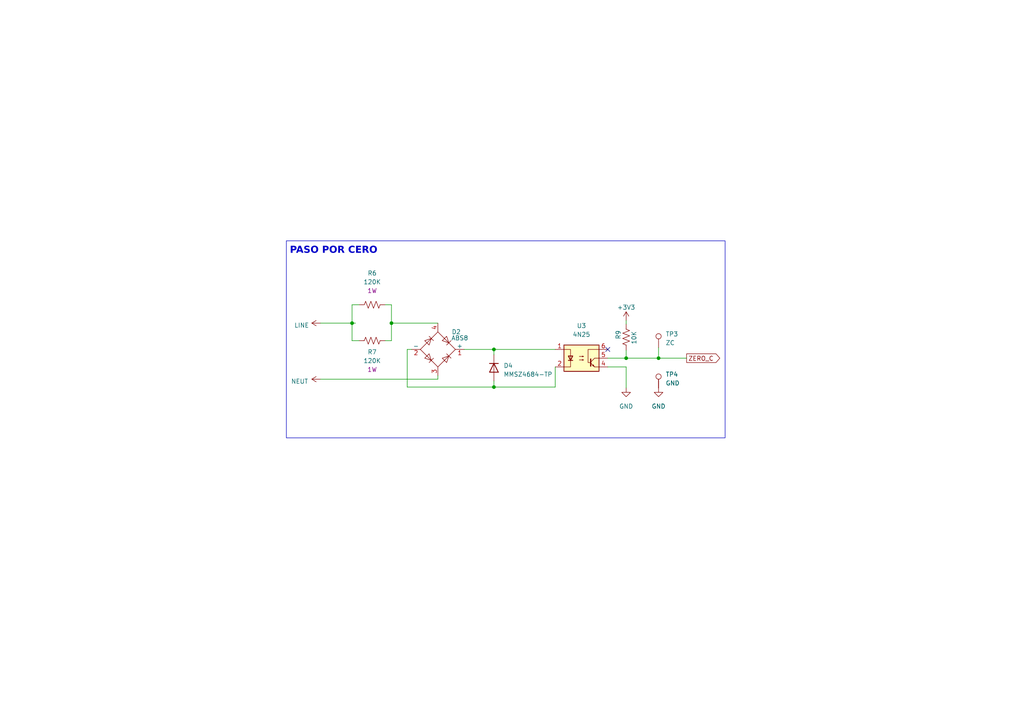
<source format=kicad_sch>
(kicad_sch (version 20230121) (generator eeschema)
  (paper "A4")
  (title_block (title "HOT-PLATE") (rev "1"))
  (lib_symbols
    (symbol "Connector:TestPoint" (pin_numbers hide) (pin_names (offset 0.762) hide)
      (property "Reference" "TP" (at 0 6.858 0))
      (property "Value" "TestPoint" (at 0 5.08 0))
      (symbol "TestPoint_0_1"
        (circle (center 0 3.302) (radius 0.762))
      )
      (symbol "TestPoint_1_1"
        (pin passive line (at 0 0 90) (length 2.54) (name "1") (number "1"))
      )
    )
    (symbol "Device:R_US" (pin_numbers hide) (pin_names (offset 0))
      (property "Reference" "R" (at 2.54 0 90))
      (property "Value" "R_US" (at -2.54 0 90))
      (symbol "R_US_0_1"
        (polyline (pts (xy 0 -2.286) (xy 0 -2.54)))
        (polyline (pts (xy 0 2.286) (xy 0 2.54)))
        (polyline (pts (xy 0 -0.762) (xy 1.016 -1.143) (xy 0 -1.524) (xy -1.016 -1.905) (xy 0 -2.286)))
        (polyline (pts (xy 0 0.762) (xy 1.016 0.381) (xy 0 0) (xy -1.016 -0.381) (xy 0 -0.762)))
        (polyline (pts (xy 0 2.286) (xy 1.016 1.905) (xy 0 1.524) (xy -1.016 1.143) (xy 0 0.762)))
      )
      (symbol "R_US_1_1"
        (pin passive line (at 0 3.81 270) (length 1.27) (name "~") (number "1"))
        (pin passive line (at 0 -3.81 90) (length 1.27) (name "~") (number "2"))
      )
    )
    (symbol "Diode:US1M" (pin_numbers hide) (pin_names (offset 1.016) hide)
      (property "Reference" "D" (at 0 2.54 0))
      (property "Value" "US1M" (at 0 -2.54 0))
      (symbol "US1M_0_1"
        (polyline (pts (xy -1.27 1.27) (xy -1.27 -1.27)) (stroke (width 0.254)))
        (polyline (pts (xy 1.27 0) (xy -1.27 0)))
        (polyline (pts (xy 1.27 1.27) (xy 1.27 -1.27) (xy -1.27 0) (xy 1.27 1.27)) (stroke (width 0.254)))
      )
      (symbol "US1M_1_1"
        (pin passive line (at -3.81 0 0) (length 2.54) (name "K") (number "1"))
        (pin passive line (at 3.81 0 180) (length 2.54) (name "A") (number "2"))
      )
    )
    (symbol "Diode_Bridge:ABS8" (pin_names (offset 0))
      (property "Reference" "D" (at 2.54 6.985 0))
      (property "Value" "ABS8" (at 2.54 5.08 0))
      (symbol "ABS8_0_1"
        (polyline (pts (xy -2.54 3.81) (xy -1.27 2.54)))
        (polyline (pts (xy -1.27 -2.54) (xy -2.54 -3.81)))
        (polyline (pts (xy 2.54 -1.27) (xy 3.81 -2.54)))
        (polyline (pts (xy 2.54 1.27) (xy 3.81 2.54)))
        (polyline (pts (xy -3.81 2.54) (xy -2.54 1.27) (xy -1.905 3.175) (xy -3.81 2.54)))
        (polyline (pts (xy -2.54 -1.27) (xy -3.81 -2.54) (xy -1.905 -3.175) (xy -2.54 -1.27)))
        (polyline (pts (xy 1.27 2.54) (xy 2.54 3.81) (xy 3.175 1.905) (xy 1.27 2.54)))
        (polyline (pts (xy 3.175 -1.905) (xy 1.27 -2.54) (xy 2.54 -3.81) (xy 3.175 -1.905)))
        (polyline (pts (xy -5.08 0) (xy 0 -5.08) (xy 5.08 0) (xy 0 5.08) (xy -5.08 0)))
      )
      (symbol "ABS8_1_1"
        (pin passive line (at 7.62 0 180) (length 2.54) (name "+") (number "1"))
        (pin passive line (at -7.62 0 0) (length 2.54) (name "-") (number "2"))
        (pin passive line (at 0 -7.62 90) (length 2.54) (name "~") (number "3"))
        (pin passive line (at 0 7.62 270) (length 2.54) (name "~") (number "4"))
      )
    )
    (symbol "Isolator:4N25" (pin_names (offset 1.016))
      (property "Reference" "U" (at -5.08 5.08 0))
      (property "Value" "4N25" (at 0 5.08 0))
      (symbol "4N25_0_1"
        (rectangle (start -5.08 3.81) (end 5.08 -3.81) (stroke (width 0.254)) (fill (type background)))
        (polyline (pts (xy -3.81 -0.635) (xy -2.54 -0.635)) (stroke (width 0.254)))
        (polyline (pts (xy 2.667 -1.397) (xy 3.81 -2.54)))
        (polyline (pts (xy 2.667 -1.143) (xy 3.81 0)))
        (polyline (pts (xy 3.81 -2.54) (xy 5.08 -2.54)))
        (polyline (pts (xy 3.81 0) (xy 5.08 0)))
        (polyline (pts (xy 2.667 -0.254) (xy 2.667 -2.286) (xy 2.667 -2.286)) (stroke (width 0.3556)))
        (polyline (pts (xy -5.08 -2.54) (xy -3.175 -2.54) (xy -3.175 2.54) (xy -5.08 2.54)))
        (polyline (pts (xy -3.175 -0.635) (xy -3.81 0.635) (xy -2.54 0.635) (xy -3.175 -0.635)) (stroke (width 0.254)))
        (polyline (pts (xy 3.683 -2.413) (xy 3.429 -1.905) (xy 3.175 -2.159) (xy 3.683 -2.413)))
        (polyline (pts (xy 5.08 2.54) (xy 1.905 2.54) (xy 1.905 -1.27) (xy 2.54 -1.27)))
        (polyline (pts (xy -0.635 -0.508) (xy 0.635 -0.508) (xy 0.254 -0.635) (xy 0.254 -0.381) (xy 0.635 -0.508)))
        (polyline (pts (xy -0.635 0.508) (xy 0.635 0.508) (xy 0.254 0.381) (xy 0.254 0.635) (xy 0.635 0.508)))
      )
      (symbol "4N25_1_1"
        (pin passive line (at -7.62 2.54 0) (length 2.54) (name "~") (number "1"))
        (pin passive line (at -7.62 -2.54 0) (length 2.54) (name "~") (number "2"))
        (pin no_connect line (at -5.08 0 0) (length 2.54) hide (name "NC") (number "3"))
        (pin passive line (at 7.62 -2.54 180) (length 2.54) (name "~") (number "4"))
        (pin passive line (at 7.62 0 180) (length 2.54) (name "~") (number "5"))
        (pin passive line (at 7.62 2.54 180) (length 2.54) (name "~") (number "6"))
      )
    )
    (symbol "power:+3V3" (power) (pin_names (offset 0))
      (property "Value" "+3V3" (at 0 3.556 0))
      (symbol "+3V3_0_1"
        (polyline (pts (xy -0.762 1.27) (xy 0 2.54)))
        (polyline (pts (xy 0 0) (xy 0 2.54)))
        (polyline (pts (xy 0 2.54) (xy 0.762 1.27)))
      )
      (symbol "+3V3_1_1"
        (pin power_in line (at 0 0 90) (length 0) hide (name "+3V3") (number "1"))
      )
    )
    (symbol "power:GND" (power) (pin_names (offset 0))
      (property "Value" "GND" (at 0 -3.81 0))
      (symbol "GND_0_1"
        (polyline (pts (xy 0 0) (xy 0 -1.27) (xy 1.27 -1.27) (xy 0 -2.54) (xy -1.27 -1.27) (xy 0 -1.27)))
      )
      (symbol "GND_1_1"
        (pin power_in line (at 0 0 270) (length 0) hide (name "GND") (number "1"))
      )
    )
    (symbol "power:LINE" (power) (pin_names (offset 0))
      (property "Value" "LINE" (at 0 3.81 0))
      (symbol "LINE_0_1"
        (polyline (pts (xy -0.762 1.27) (xy 0 2.54)))
        (polyline (pts (xy 0 0) (xy 0 2.54)))
        (polyline (pts (xy 0 2.54) (xy 0.762 1.27)))
      )
      (symbol "LINE_1_1"
        (pin power_in line (at 0 0 90) (length 0) hide (name "LINE") (number "1"))
      )
    )
    (symbol "power:NEUT" (power) (pin_names (offset 0))
      (property "Value" "NEUT" (at 0 3.81 0))
      (symbol "NEUT_0_1"
        (polyline (pts (xy -0.762 1.27) (xy 0 2.54)))
        (polyline (pts (xy 0 0) (xy 0 2.54)))
        (polyline (pts (xy 0 2.54) (xy 0.762 1.27)))
      )
      (symbol "NEUT_1_1"
        (pin power_in line (at 0 0 90) (length 0) hide (name "NEUT") (number "1"))
      )
    )
  )
  (junction (at 113.538 93.726))
  (junction (at 143.256 112.268))
  (junction (at 102.108 93.726))
  (junction (at 181.61 103.886))
  (junction (at 191.008 103.886))
  (junction (at 143.256 101.346))
  (no_connect (at 176.276 101.346))
  (wire (pts (xy 113.538 93.726) (xy 113.538 98.806)))
  (wire (pts (xy 181.61 106.426) (xy 176.276 106.426)))
  (wire (pts (xy 181.61 103.886) (xy 191.008 103.886)))
  (wire (pts (xy 134.62 101.346) (xy 143.256 101.346)))
  (wire (pts (xy 118.11 112.268) (xy 143.256 112.268)))
  (wire (pts (xy 102.108 88.392) (xy 104.14 88.392)))
  (wire (pts (xy 143.256 110.49) (xy 143.256 112.268)))
  (wire (pts (xy 191.008 100.838) (xy 191.008 103.886)))
  (wire (pts (xy 102.108 88.392) (xy 102.108 93.726)))
  (wire (pts (xy 181.61 101.6) (xy 181.61 103.886)))
  (wire (pts (xy 176.276 103.886) (xy 181.61 103.886)))
  (wire (pts (xy 92.964 109.982) (xy 127 109.982)))
  (wire (pts (xy 118.11 101.346) (xy 118.11 112.268)))
  (wire (pts (xy 119.38 101.346) (xy 118.11 101.346)))
  (wire (pts (xy 113.538 98.806) (xy 111.76 98.806)))
  (wire (pts (xy 143.256 101.346) (xy 161.036 101.346)))
  (wire (pts (xy 102.108 93.726) (xy 103.124 93.726)))
  (wire (pts (xy 161.036 112.268) (xy 161.036 106.426)))
  (wire (pts (xy 92.964 93.726) (xy 102.108 93.726)))
  (wire (pts (xy 181.61 112.522) (xy 181.61 106.426)))
  (wire (pts (xy 181.61 92.964) (xy 181.61 93.98)))
  (wire (pts (xy 127 108.966) (xy 127 109.982)))
  (wire (pts (xy 143.256 112.268) (xy 161.036 112.268)))
  (wire (pts (xy 143.256 102.87) (xy 143.256 101.346)))
  (wire (pts (xy 113.538 93.726) (xy 127 93.726)))
  (wire (pts (xy 191.008 103.886) (xy 199.136 103.886)))
  (wire (pts (xy 113.538 88.392) (xy 113.538 93.726)))
  (wire (pts (xy 102.108 93.726) (xy 102.108 98.806)))
  (wire (pts (xy 104.14 98.806) (xy 102.108 98.806)))
  (wire (pts (xy 113.538 88.392) (xy 111.76 88.392)))
  (rectangle (start 83.058 69.85) (end 210.312 127))
  (text "PASO POR CERO" (at 84.074 74.422 0) (effects (font (size 2 2) (thickness 0.4) bold) (justify left bottom)))
  (global_label "ZERO_C" (shape output) (at 199.136 103.886 0) (property "Intersheetrefs" "${INTERSHEET_REFS}" (effects hide)))
  (symbol (lib_id "Connector:TestPoint") (at 191.008 112.522 0) (unit 1)
    (property "Reference" "TP4" (at 193.04 108.585 0) (effects (justify left)))
    (property "Value" "GND" (at 193.04 111.125 0) (effects (justify left)))
    (property "Footprint" "TestPoint:TestPoint_THTPad_1.0x1.0mm_Drill0.5mm" (effects hide))
  )
  (symbol (lib_id "power:GND") (at 181.61 112.522 0) (unit 1)
    (property "Reference" "#PWR0103" (effects hide))
    (property "Value" "GND" (at 181.61 117.856 0))
    (instances (project "SSR" (path "" (reference "#PWR0103") (unit 1))) (project "Hot_plate" (path "" (reference "#PWR085") (unit 1)) (path "" (reference "#PWR085") (unit 1))))
  )
  (symbol (lib_id "power:NEUT") (at 92.964 109.982 90) (unit 1)
    (property "Reference" "#PWR081" (effects hide))
    (property "Value" "NEUT" (at 89.408 110.617 90) (effects (justify left)))
    (instances (project "Hot_plate" (path "" (reference "#PWR081") (unit 1)) (path "" (reference "#PWR084") (unit 1))))
  )
  (symbol (lib_id "power:+3V3") (at 181.61 92.964 0) (unit 1)
    (property "Reference" "#PWR084" (effects hide))
    (property "Value" "+3V3" (at 181.61 89.154 0))
    (instances (project "Hot_plate" (path "" (reference "#PWR084") (unit 1)) (path "" (reference "#PWR080") (unit 1))))
  )
  (symbol (lib_id "Diode:US1M") (at 143.256 106.68 270) (unit 1) (in_bom no) (on_board no)
    (property "Reference" "D4" (at 146.05 106.045 90) (effects (justify left)))
    (property "Value" "MMSZ4684-TP" (at 146.05 108.585 90) (effects (justify left)))
    (property "Footprint" "Diode_SMD:D_SOD-123" (effects hide))
    (property "Datasheet" "https://www.mccsemi.com/pdf/Products/MMSZ4678-MMSZ4716(SOD-123).pdf" (effects hide))
    (property "Mouser" "833-MMSZ4684-TP " (effects hide))
    (property "Digikey" "MMSZ4684-TPMSCT-ND" (effects hide))
    (instances (project "SSR" (path "" (reference "D4") (unit 1))) (project "Hot_plate" (path "" (reference "D11") (unit 1)) (path "" (reference "D11") (unit 1))))
  )
  (symbol (lib_id "power:GND") (at 191.008 112.522 0) (unit 1)
    (property "Reference" "#PWR0103" (effects hide))
    (property "Value" "GND" (at 191.008 117.856 0))
    (instances (project "SSR" (path "" (reference "#PWR0103") (unit 1))) (project "Hot_plate" (path "" (reference "#PWR092") (unit 1)) (path "" (reference "#PWR092") (unit 1))))
  )
  (symbol (lib_id "Diode_Bridge:ABS8") (at 127 101.346 0) (unit 1)
    (property "Reference" "D2" (at 132.334 96.266 0))
    (property "Value" "ABS8" (at 133.35 98.044 0))
    (property "Footprint" "Diode_SMD:Diode_Bridge_Diotec_ABS" (effects hide))
    (property "Datasheet" "https://diotec.com/tl_files/diotec/files/pdf/datasheets/abs2.pdf" (effects hide))
    (instances (project "SSR" (path "" (reference "D2") (unit 1))) (project "Hot_plate" (path "" (reference "D10") (unit 1)) (path "" (reference "D10") (unit 1))))
  )
  (symbol (lib_id "power:LINE") (at 92.964 93.726 90) (unit 1)
    (property "Reference" "#PWR080" (effects hide))
    (property "Value" "LINE" (at 89.662 94.361 90) (effects (justify left)))
    (instances (project "Hot_plate" (path "" (reference "#PWR080") (unit 1)) (path "" (reference "#PWR081") (unit 1))))
  )
  (symbol (lib_id "Connector:TestPoint") (at 191.008 100.838 0) (unit 1)
    (property "Reference" "TP3" (at 193.04 96.901 0) (effects (justify left)))
    (property "Value" "ZC" (at 193.04 99.441 0) (effects (justify left)))
    (property "Footprint" "TestPoint:TestPoint_THTPad_1.0x1.0mm_Drill0.5mm" (effects hide))
  )
  (symbol (lib_id "Device:R_US") (at 107.95 88.392 270) (unit 1)
    (property "Reference" "R6" (at 107.95 79.248 90))
    (property "Value" "120K" (at 107.95 81.788 90))
    (property "Footprint" "Resistor_SMD:R_2512_6332Metric" (effects hide))
    (property "Digikey" "RMCF2512JT30K0CT-ND" (effects hide))
    (property "Potencia" "1W" (at 107.95 84.328 90))
    (instances (project "SSR" (path "" (reference "R6") (unit 1))) (project "Hot_plate" (path "" (reference "R20") (unit 1)) (path "" (reference "R20") (unit 1))))
  )
  (symbol (lib_id "Isolator:4N25") (at 168.656 103.886 0) (unit 1)
    (property "Reference" "U3" (at 168.656 94.488 0))
    (property "Value" "4N25" (at 168.656 97.028 0))
    (property "Footprint" "Package_DIP:DIP-6_W7.62mm" (effects hide))
    (property "Datasheet" "https://www.vishay.com/docs/83725/4n25.pdf" (effects hide))
    (instances (project "SSR" (path "" (reference "U3") (unit 1))) (project "Hot_plate" (path "" (reference "U6") (unit 1)) (path "" (reference "U6") (unit 1))))
  )
  (symbol (lib_id "Device:R_US") (at 107.95 98.806 270) (unit 1)
    (property "Reference" "R7" (at 107.95 102.108 90))
    (property "Value" "120K" (at 107.95 104.648 90))
    (property "Footprint" "Resistor_SMD:R_2512_6332Metric" (effects hide))
    (property "Digikey" "RMCF2512JT30K0CT-ND" (effects hide))
    (property "Potencia" "1W" (at 107.95 107.188 90))
    (instances (project "SSR" (path "" (reference "R7") (unit 1))) (project "Hot_plate" (path "" (reference "R21") (unit 1)) (path "" (reference "R24") (unit 1))))
  )
  (symbol (lib_id "Device:R_US") (at 181.61 97.79 180) (unit 1)
    (property "Reference" "R9" (at 179.324 95.758 90) (effects (justify left)))
    (property "Value" "10K" (at 183.896 96.012 90) (effects (justify left)))
    (property "Footprint" "Resistor_SMD:R_0603_1608Metric_Pad0.98x0.95mm_HandSolder" (effects hide))
    (instances (project "SSR" (path "" (reference "R9") (unit 1))) (project "Hot_plate" (path "" (reference "R24") (unit 1)) (path "" (reference "R21") (unit 1))))
  )
)
</source>
